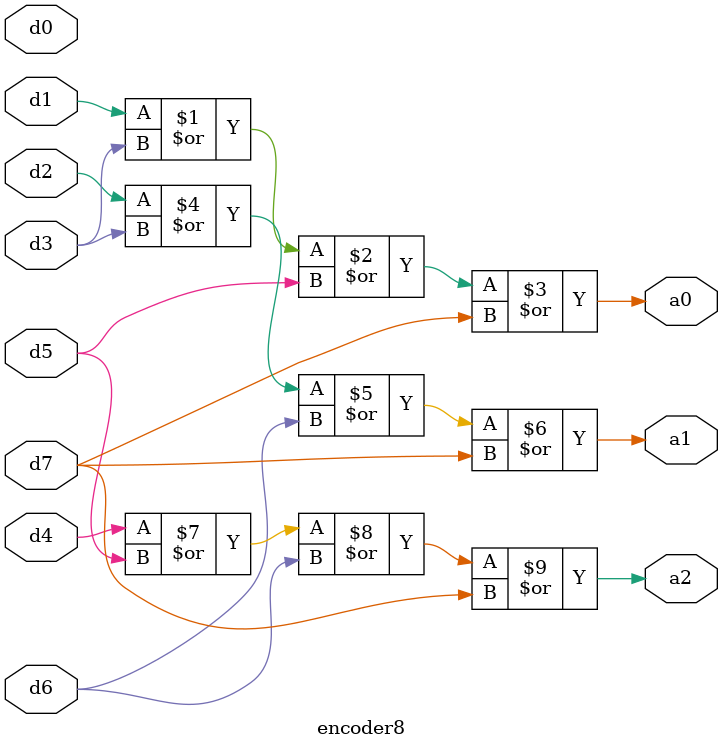
<source format=v>
module encoder8(a0,a1,a2,d0,d1,d2,d3,d4,d5,d6,d7);
input d0,d1,d2,d3,d4,d5,d6,d7;
output a0,a1,a2;
assign a0 = d1|d3|d5|d7;
assign a1 =d2|d3|d6|d7;
assign a2 =d4|d5|d6|d7;
endmodule
</source>
